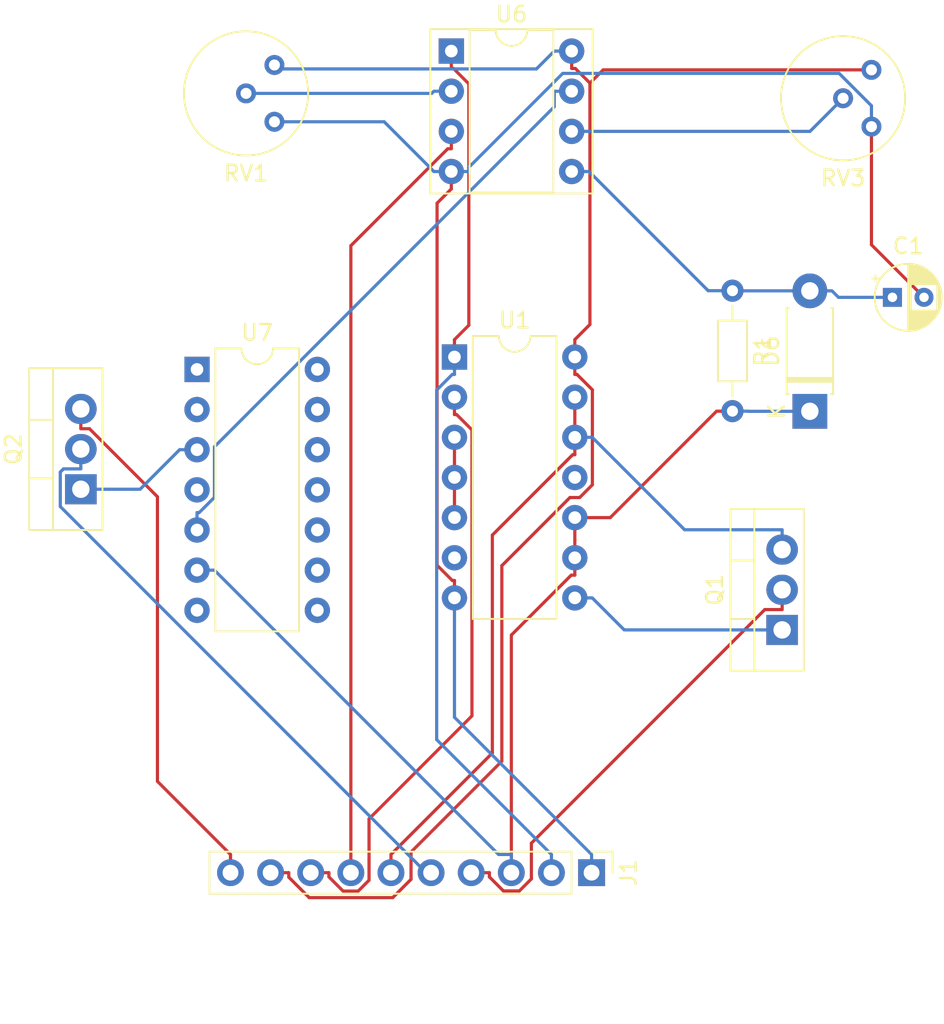
<source format=kicad_pcb>
(kicad_pcb (version 20240108) (generator "pcbnew") (generator_version "8.0")
  (layers (0 "F.Cu" signal) (31 "B.Cu" signal) (34 "B.Paste" user) (35 "F.Paste" user) (36 "B.SilkS" user "B.Silkscreen") (37 "F.SilkS" user "F.Silkscreen") (38 "B.Mask" user) (39 "F.Mask" user) (44 "Edge.Cuts" user))
  (net 0 "")
  (net 1 "TSAL_red_light")
  (net 2 "MC_on")
  (net 3 "Net-(Q1-G)")
  (net 4 "12v")
  (net 5 "Net-(Q2-G)")
  (net 6 "buzzer")
  (net 7 "GND")
  (net 8 "Net-(D6-A)")
  (net 9 "R2D_light")
  (net 10 "5v")
  (net 11 "brake_light")
  (net 12 "Brake_sensor")
  (net 13 "start_button")
  (net 14 "Net-(U6A--)")
  (net 15 "Net-(U6B--)")
  (net 16 "Net-(U1-Pad6)")
  (net 17 "Net-(U1-Pad3)")
  (net 18 "Net-(U1-Pad11)")
  (net 19 "Net-(U6-Pad7)")
  (footprint "Resistor_THT:R_Axial_DIN0204_L3.6mm_D1.6mm_P7.62mm_Horizontal" (layer "F.Cu") (at 58.7 37.78 -90)
    (property "Reference" "R1" (at 3.81 -1.92 90) (layer "F.SilkS"))
    (property "Value" "100k")
    (fp_line (start 1.89 0.92) (end 5.73 0.92) (stroke (width 0.12)) (layer "F.SilkS"))
    (fp_line (start 5.73 0.92) (end 5.73 -0.92) (stroke (width 0.12)) (layer "F.SilkS"))
    (fp_line (start 0.94 0) (end 1.89 0) (stroke (width 0.12)) (layer "F.SilkS"))
    (fp_line (start 6.68 0) (end 5.73 0) (stroke (width 0.12)) (layer "F.SilkS"))
    (fp_line (start 1.89 -0.92) (end 1.89 0.92) (stroke (width 0.12)) (layer "F.SilkS"))
    (fp_line (start 5.73 -0.92) (end 1.89 -0.92) (stroke (width 0.12)) (layer "F.SilkS"))
    (pad "1" thru_hole circle (at 0 0 270) (size 1.4 1.4) (drill 0.7) (layers "*.Cu" "*.Mask") (net 8 "Net-(D6-A)"))
    (pad "2" thru_hole oval (at 7.62 0 270) (size 1.4 1.4) (drill 0.7) (layers "*.Cu" "*.Mask") (net 9 "R2D_light"))
  )
  (footprint "Connector_PinHeader_2.54mm:PinHeader_1x10_P2.54mm_Vertical" (layer "F.Cu") (at 49.78 74.6 -90)
    (property "Reference" "J1" (at 0 -2.33 90) (layer "F.SilkS"))
    (property "Value" "Conn_01x10_MountingPin")
    (fp_line (start -1.33 24.19) (end 1.33 24.19) (stroke (width 0.12)) (layer "F.SilkS"))
    (fp_line (start -1.33 1.27) (end -1.33 24.19) (stroke (width 0.12)) (layer "F.SilkS"))
    (fp_line (start -1.33 1.27) (end 1.33 1.27) (stroke (width 0.12)) (layer "F.SilkS"))
    (fp_line (start 1.33 1.27) (end 1.33 24.19) (stroke (width 0.12)) (layer "F.SilkS"))
    (fp_line (start -1.33 0) (end -1.33 -1.33) (stroke (width 0.12)) (layer "F.SilkS"))
    (fp_line (start -1.33 -1.33) (end 0 -1.33) (stroke (width 0.12)) (layer "F.SilkS"))
    (pad "1" thru_hole rect (at 0 0 270) (size 1.7 1.7) (drill 1) (layers "*.Cu" "*.Mask") (net 7 "GND"))
    (pad "2" thru_hole oval (at 0 2.54 270) (size 1.7 1.7) (drill 1) (layers "*.Cu" "*.Mask") (net 11 "brake_light"))
    (pad "3" thru_hole oval (at 0 5.08 270) (size 1.7 1.7) (drill 1) (layers "*.Cu" "*.Mask") (net 9 "R2D_light"))
    (pad "4" thru_hole oval (at 0 7.62 270) (size 1.7 1.7) (drill 1) (layers "*.Cu" "*.Mask") (net 2 "MC_on"))
    (pad "5" thru_hole oval (at 0 10.16 270) (size 1.7 1.7) (drill 1) (layers "*.Cu" "*.Mask") (net 6 "buzzer"))
    (pad "6" thru_hole oval (at 0 12.7 270) (size 1.7 1.7) (drill 1) (layers "*.Cu" "*.Mask") (net 1 "TSAL_red_light"))
    (pad "7" thru_hole oval (at 0 15.24 270) (size 1.7 1.7) (drill 1) (layers "*.Cu" "*.Mask") (net 12 "Brake_sensor"))
    (pad "8" thru_hole oval (at 0 17.78 270) (size 1.7 1.7) (drill 1) (layers "*.Cu" "*.Mask") (net 13 "start_button"))
    (pad "9" thru_hole oval (at 0 20.32 270) (size 1.7 1.7) (drill 1) (layers "*.Cu" "*.Mask") (net 10 "5v"))
    (pad "10" thru_hole oval (at 0 22.86 270) (size 1.7 1.7) (drill 1) (layers "*.Cu" "*.Mask") (net 4 "12v"))
  )
  (footprint "Package_DIP:DIP-8_W7.62mm_Socket" (layer "F.Cu") (at 40.9 22.62)
    (property "Reference" "U6" (at 3.81 -2.33 0) (layer "F.SilkS"))
    (property "Value" "LM358")
    (fp_line (start -1.33 -1.39) (end -1.33 9.01) (stroke (width 0.12)) (layer "F.SilkS"))
    (fp_line (start -1.33 9.01) (end 8.95 9.01) (stroke (width 0.12)) (layer "F.SilkS"))
    (fp_line (start 1.16 -1.33) (end 1.16 8.95) (stroke (width 0.12)) (layer "F.SilkS"))
    (fp_line (start 1.16 8.95) (end 6.46 8.95) (stroke (width 0.12)) (layer "F.SilkS"))
    (fp_line (start 2.81 -1.33) (end 1.16 -1.33) (stroke (width 0.12)) (layer "F.SilkS"))
    (fp_line (start 6.46 -1.33) (end 4.81 -1.33) (stroke (width 0.12)) (layer "F.SilkS"))
    (fp_line (start 6.46 8.95) (end 6.46 -1.33) (stroke (width 0.12)) (layer "F.SilkS"))
    (fp_line (start 8.95 -1.39) (end -1.33 -1.39) (stroke (width 0.12)) (layer "F.SilkS"))
    (fp_line (start 8.95 9.01) (end 8.95 -1.39) (stroke (width 0.12)) (layer "F.SilkS"))
    (fp_arc (start 4.81 -1.33) (mid 3.81 -0.33) (end 2.81 -1.33) (stroke (width 0.12)) (layer "F.SilkS"))
    (pad "1" thru_hole rect (at 0 0) (size 1.6 1.6) (drill 0.8) (layers "*.Cu" "*.Mask") (net 11 "brake_light"))
    (pad "2" thru_hole oval (at 0 2.54) (size 1.6 1.6) (drill 0.8) (layers "*.Cu" "*.Mask") (net 14 "Net-(U6A--)"))
    (pad "3" thru_hole oval (at 0 5.08) (size 1.6 1.6) (drill 0.8) (layers "*.Cu" "*.Mask") (net 12 "Brake_sensor"))
    (pad "4" thru_hole oval (at 0 7.62) (size 1.6 1.6) (drill 0.8) (layers "*.Cu" "*.Mask") (net 7 "GND"))
    (pad "5" thru_hole oval (at 7.62 7.62) (size 1.6 1.6) (drill 0.8) (layers "*.Cu" "*.Mask") (net 8 "Net-(D6-A)"))
    (pad "6" thru_hole oval (at 7.62 5.08) (size 1.6 1.6) (drill 0.8) (layers "*.Cu" "*.Mask") (net 15 "Net-(U6B--)"))
    (pad "7" thru_hole oval (at 7.62 2.54) (size 1.6 1.6) (drill 0.8) (layers "*.Cu" "*.Mask") (net 19 "Net-(U6-Pad7)"))
    (pad "8" thru_hole oval (at 7.62 0) (size 1.6 1.6) (drill 0.8) (layers "*.Cu" "*.Mask") (net 10 "5v"))
  )
  (footprint "Potentiometer_THT:Potentiometer_Bourns_3339H_Vertical" (layer "F.Cu") (at 67.5 23.8079 180)
    (property "Reference" "RV3" (at 1.796051 -6.856051 180) (layer "F.SilkS"))
    (property "Value" "10k")
    (fp_circle (center 1.797 -1.795102) (end 5.727 -1.795102) (stroke (width 0.12)) (fill none) (layer "F.SilkS"))
    (pad "1" thru_hole circle (at 0 0 180) (size 1.26 1.26) (drill 0.7) (layers "*.Cu" "*.Mask") (net 10 "5v"))
    (pad "2" thru_hole circle (at 1.796051 -1.796051 180) (size 1.26 1.26) (drill 0.7) (layers "*.Cu" "*.Mask") (net 15 "Net-(U6B--)"))
    (pad "3" thru_hole circle (at 0 -3.592102 180) (size 1.26 1.26) (drill 0.7) (layers "*.Cu" "*.Mask") (net 7 "GND"))
  )
  (footprint "Package_TO_SOT_THT:TO-220-3_Vertical" (layer "F.Cu") (at 61.845 59.24 90)
    (property "Reference" "Q1" (at 2.54 -4.27 -90) (layer "F.SilkS"))
    (property "Value" "IRF9540N")
    (fp_line (start 7.66 -3.27) (end 7.66 1.371) (stroke (width 0.12)) (layer "F.SilkS"))
    (fp_line (start 4.391 -3.27) (end 4.391 -1.76) (stroke (width 0.12)) (layer "F.SilkS"))
    (fp_line (start 0.69 -3.27) (end 0.69 -1.76) (stroke (width 0.12)) (layer "F.SilkS"))
    (fp_line (start -2.58 -3.27) (end 7.66 -3.27) (stroke (width 0.12)) (layer "F.SilkS"))
    (fp_line (start -2.58 -3.27) (end -2.58 1.371) (stroke (width 0.12)) (layer "F.SilkS"))
    (fp_line (start -2.58 -1.76) (end 7.66 -1.76) (stroke (width 0.12)) (layer "F.SilkS"))
    (fp_line (start -2.58 1.371) (end 7.66 1.371) (stroke (width 0.12)) (layer "F.SilkS"))
    (pad "1" thru_hole rect (at 0 0 90) (size 1.905 2) (drill 1.1) (layers "*.Cu" "*.Mask") (net 3 "Net-(Q1-G)"))
    (pad "2" thru_hole oval (at 2.54 0 90) (size 1.905 2) (drill 1.1) (layers "*.Cu" "*.Mask") (net 2 "MC_on"))
    (pad "3" thru_hole oval (at 5.08 0 90) (size 1.905 2) (drill 1.1) (layers "*.Cu" "*.Mask") (net 1 "TSAL_red_light"))
  )
  (footprint "Package_DIP:DIP-14_W7.62mm" (layer "F.Cu") (at 24.8 42.76)
    (property "Reference" "U7" (at 3.81 -2.33 0) (layer "F.SilkS"))
    (property "Value" "74AUC2G02")
    (fp_line (start 1.16 -1.33) (end 1.16 16.57) (stroke (width 0.12)) (layer "F.SilkS"))
    (fp_line (start 1.16 16.57) (end 6.46 16.57) (stroke (width 0.12)) (layer "F.SilkS"))
    (fp_line (start 2.81 -1.33) (end 1.16 -1.33) (stroke (width 0.12)) (layer "F.SilkS"))
    (fp_line (start 6.46 -1.33) (end 4.81 -1.33) (stroke (width 0.12)) (layer "F.SilkS"))
    (fp_line (start 6.46 16.57) (end 6.46 -1.33) (stroke (width 0.12)) (layer "F.SilkS"))
    (fp_arc (start 4.81 -1.33) (mid 3.81 -0.33) (end 2.81 -1.33) (stroke (width 0.12)) (layer "F.SilkS"))
    (pad "1" thru_hole rect (at 0 0) (size 1.6 1.6) (drill 0.8) (layers "*.Cu" "*.Mask"))
    (pad "2" thru_hole oval (at 0 2.54) (size 1.6 1.6) (drill 0.8) (layers "*.Cu" "*.Mask"))
    (pad "3" thru_hole oval (at 0 5.08) (size 1.6 1.6) (drill 0.8) (layers "*.Cu" "*.Mask") (net 5 "Net-(Q2-G)"))
    (pad "4" thru_hole oval (at 0 7.62) (size 1.6 1.6) (drill 0.8) (layers "*.Cu" "*.Mask"))
    (pad "5" thru_hole oval (at 0 10.16) (size 1.6 1.6) (drill 0.8) (layers "*.Cu" "*.Mask") (net 19 "Net-(U6-Pad7)"))
    (pad "6" thru_hole oval (at 0 12.7) (size 1.6 1.6) (drill 0.8) (layers "*.Cu" "*.Mask") (net 9 "R2D_light"))
    (pad "7" thru_hole oval (at 0 15.24) (size 1.6 1.6) (drill 0.8) (layers "*.Cu" "*.Mask"))
    (pad "8" thru_hole oval (at 7.62 15.24) (size 1.6 1.6) (drill 0.8) (layers "*.Cu" "*.Mask"))
    (pad "9" thru_hole oval (at 7.62 12.7) (size 1.6 1.6) (drill 0.8) (layers "*.Cu" "*.Mask"))
    (pad "10" thru_hole oval (at 7.62 10.16) (size 1.6 1.6) (drill 0.8) (layers "*.Cu" "*.Mask"))
    (pad "11" thru_hole oval (at 7.62 7.62) (size 1.6 1.6) (drill 0.8) (layers "*.Cu" "*.Mask"))
    (pad "12" thru_hole oval (at 7.62 5.08) (size 1.6 1.6) (drill 0.8) (layers "*.Cu" "*.Mask"))
    (pad "13" thru_hole oval (at 7.62 2.54) (size 1.6 1.6) (drill 0.8) (layers "*.Cu" "*.Mask"))
    (pad "14" thru_hole oval (at 7.62 0) (size 1.6 1.6) (drill 0.8) (layers "*.Cu" "*.Mask"))
  )
  (footprint "Capacitor_THT:CP_Radial_D4.0mm_P2.00mm" (layer "F.Cu") (at 68.8274 38.2)
    (property "Reference" "C1" (at 1 -3.25 0) (layer "F.SilkS"))
    (property "Value" "47u")
    (fp_line (start -1.269801 -1.195) (end -0.869801 -1.195) (stroke (width 0.12)) (layer "F.SilkS"))
    (fp_line (start -1.069801 -1.395) (end -1.069801 -0.995) (stroke (width 0.12)) (layer "F.SilkS"))
    (fp_line (start 1 -2.08) (end 1 2.08) (stroke (width 0.12)) (layer "F.SilkS"))
    (fp_line (start 1.04 -2.08) (end 1.04 2.08) (stroke (width 0.12)) (layer "F.SilkS"))
    (fp_line (start 1.08 -2.079) (end 1.08 2.079) (stroke (width 0.12)) (layer "F.SilkS"))
    (fp_line (start 1.12 -2.077) (end 1.12 2.077) (stroke (width 0.12)) (layer "F.SilkS"))
    (fp_line (start 1.16 -2.074) (end 1.16 2.074) (stroke (width 0.12)) (layer "F.SilkS"))
    (fp_line (start 1.2 -2.071) (end 1.2 -0.84) (stroke (width 0.12)) (layer "F.SilkS"))
    (fp_line (start 1.2 0.84) (end 1.2 2.071) (stroke (width 0.12)) (layer "F.SilkS"))
    (fp_line (start 1.24 -2.067) (end 1.24 -0.84) (stroke (width 0.12)) (layer "F.SilkS"))
    (fp_line (start 1.24 0.84) (end 1.24 2.067) (stroke (width 0.12)) (layer "F.SilkS"))
    (fp_line (start 1.28 -2.062) (end 1.28 -0.84) (stroke (width 0.12)) (layer "F.SilkS"))
    (fp_line (start 1.28 0.84) (end 1.28 2.062) (stroke (width 0.12)) (layer "F.SilkS"))
    (fp_line (start 1.32 -2.056) (end 1.32 -0.84) (stroke (width 0.12)) (layer "F.SilkS"))
    (fp_line (start 1.32 0.84) (end 1.32 2.056) (stroke (width 0.12)) (layer "F.SilkS"))
    (fp_line (start 1.36 -2.05) (end 1.36 -0.84) (stroke (width 0.12)) (layer "F.SilkS"))
    (fp_line (start 1.36 0.84) (end 1.36 2.05) (stroke (width 0.12)) (layer "F.SilkS"))
    (fp_line (start 1.4 -2.042) (end 1.4 -0.84) (stroke (width 0.12)) (layer "F.SilkS"))
    (fp_line (start 1.4 0.84) (end 1.4 2.042) (stroke (width 0.12)) (layer "F.SilkS"))
    (fp_line (start 1.44 -2.034) (end 1.44 -0.84) (stroke (width 0.12)) (layer "F.SilkS"))
    (fp_line (start 1.44 0.84) (end 1.44 2.034) (stroke (width 0.12)) (layer "F.SilkS"))
    (fp_line (start 1.48 -2.025) (end 1.48 -0.84) (stroke (width 0.12)) (layer "F.SilkS"))
    (fp_line (start 1.48 0.84) (end 1.48 2.025) (stroke (width 0.12)) (layer "F.SilkS"))
    (fp_line (start 1.52 -2.016) (end 1.52 -0.84) (stroke (width 0.12)) (layer "F.SilkS"))
    (fp_line (start 1.52 0.84) (end 1.52 2.016) (stroke (width 0.12)) (layer "F.SilkS"))
    (fp_line (start 1.56 -2.005) (end 1.56 -0.84) (stroke (width 0.12)) (layer "F.SilkS"))
    (fp_line (start 1.56 0.84) (end 1.56 2.005) (stroke (width 0.12)) (layer "F.SilkS"))
    (fp_line (start 1.6 -1.994) (end 1.6 -0.84) (stroke (width 0.12)) (layer "F.SilkS"))
    (fp_line (start 1.6 0.84) (end 1.6 1.994) (stroke (width 0.12)) (layer "F.SilkS"))
    (fp_line (start 1.64 -1.982) (end 1.64 -0.84) (stroke (width 0.12)) (layer "F.SilkS"))
    (fp_line (start 1.64 0.84) (end 1.64 1.982) (stroke (width 0.12)) (layer "F.SilkS"))
    (fp_line (start 1.68 -1.968) (end 1.68 -0.84) (stroke (width 0.12)) (layer "F.SilkS"))
    (fp_line (start 1.68 0.84) (end 1.68 1.968) (stroke (width 0.12)) (layer "F.SilkS"))
    (fp_line (start 1.721 -1.954) (end 1.721 -0.84) (stroke (width 0.12)) (layer "F.SilkS"))
    (fp_line (start 1.721 0.84) (end 1.721 1.954) (stroke (width 0.12)) (layer "F.SilkS"))
    (fp_line (start 1.761 -1.94) (end 1.761 -0.84) (stroke (width 0.12)) (layer "F.SilkS"))
    (fp_line (start 1.761 0.84) (end 1.761 1.94) (stroke (width 0.12)) (layer "F.SilkS"))
    (fp_line (start 1.801 -1.924) (end 1.801 -0.84) (stroke (width 0.12)) (layer "F.SilkS"))
    (fp_line (start 1.801 0.84) (end 1.801 1.924) (stroke (width 0.12)) (layer "F.SilkS"))
    (fp_line (start 1.841 -1.907) (end 1.841 -0.84) (stroke (width 0.12)) (layer "F.SilkS"))
    (fp_line (start 1.841 0.84) (end 1.841 1.907) (stroke (width 0.12)) (layer "F.SilkS"))
    (fp_line (start 1.881 -1.889) (end 1.881 -0.84) (stroke (width 0.12)) (layer "F.SilkS"))
    (fp_line (start 1.881 0.84) (end 1.881 1.889) (stroke (width 0.12)) (layer "F.SilkS"))
    (fp_line (start 1.921 -1.87) (end 1.921 -0.84) (stroke (width 0.12)) (layer "F.SilkS"))
    (fp_line (start 1.921 0.84) (end 1.921 1.87) (stroke (width 0.12)) (layer "F.SilkS"))
    (fp_line (start 1.961 -1.851) (end 1.961 -0.84) (stroke (width 0.12)) (layer "F.SilkS"))
    (fp_line (start 1.961 0.84) (end 1.961 1.851) (stroke (width 0.12)) (layer "F.SilkS"))
    (fp_line (start 2.001 -1.83) (end 2.001 -0.84) (stroke (width 0.12)) (layer "F.SilkS"))
    (fp_line (start 2.001 0.84) (end 2.001 1.83) (stroke (width 0.12)) (layer "F.SilkS"))
    (fp_line (start 2.041 -1.808) (end 2.041 -0.84) (stroke (width 0.12)) (layer "F.SilkS"))
    (fp_line (start 2.041 0.84) (end 2.041 1.808) (stroke (width 0.12)) (layer "F.SilkS"))
    (fp_line (start 2.081 -1.785) (end 2.081 -0.84) (stroke (width 0.12)) (layer "F.SilkS"))
    (fp_line (start 2.081 0.84) (end 2.081 1.785) (stroke (width 0.12)) (layer "F.SilkS"))
    (fp_line (start 2.121 -1.76) (end 2.121 -0.84) (stroke (width 0.12)) (layer "F.SilkS"))
    (fp_line (start 2.121 0.84) (end 2.121 1.76) (stroke (width 0.12)) (layer "F.SilkS"))
    (fp_line (start 2.161 -1.735) (end 2.161 -0.84) (stroke (width 0.12)) (layer "F.SilkS"))
    (fp_line (start 2.161 0.84) (end 2.161 1.735) (stroke (width 0.12)) (layer "F.SilkS"))
    (fp_line (start 2.201 -1.708) (end 2.201 -0.84) (stroke (width 0.12)) (layer "F.SilkS"))
    (fp_line (start 2.201 0.84) (end 2.201 1.708) (stroke (width 0.12)) (layer "F.SilkS"))
    (fp_line (start 2.241 -1.68) (end 2.241 -0.84) (stroke (width 0.12)) (layer "F.SilkS"))
    (fp_line (start 2.241 0.84) (end 2.241 1.68) (stroke (width 0.12)) (layer "F.SilkS"))
    (fp_line (start 2.281 -1.65) (end 2.281 -0.84) (stroke (width 0.12)) (layer "F.SilkS"))
    (fp_line (start 2.281 0.84) (end 2.281 1.65) (stroke (width 0.12)) (layer "F.SilkS"))
    (fp_line (start 2.321 -1.619) (end 2.321 -0.84) (stroke (width 0.12)) (layer "F.SilkS"))
    (fp_line (start 2.321 0.84) (end 2.321 1.619) (stroke (width 0.12)) (layer "F.SilkS"))
    (fp_line (start 2.361 -1.587) (end 2.361 -0.84) (stroke (width 0.12)) (layer "F.SilkS"))
    (fp_line (start 2.361 0.84) (end 2.361 1.587) (stroke (width 0.12)) (layer "F.SilkS"))
    (fp_line (start 2.401 -1.552) (end 2.401 -0.84) (stroke (width 0.12)) (layer "F.SilkS"))
    (fp_line (start 2.401 0.84) (end 2.401 1.552) (stroke (width 0.12)) (layer "F.SilkS"))
    (fp_line (start 2.441 -1.516) (end 2.441 -0.84) (stroke (width 0.12)) (layer "F.SilkS"))
    (fp_line (start 2.441 0.84) (end 2.441 1.516) (stroke (width 0.12)) (layer "F.SilkS"))
    (fp_line (start 2.481 -1.478) (end 2.481 -0.84) (stroke (width 0.12)) (layer "F.SilkS"))
    (fp_line (start 2.481 0.84) (end 2.481 1.478) (stroke (width 0.12)) (layer "F.SilkS"))
    (fp_line (start 2.521 -1.438) (end 2.521 -0.84) (stroke (width 0.12)) (layer "F.SilkS"))
    (fp_line (start 2.521 0.84) (end 2.521 1.438) (stroke (width 0.12)) (layer "F.SilkS"))
    (fp_line (start 2.561 -1.396) (end 2.561 -0.84) (stroke (width 0.12)) (layer "F.SilkS"))
    (fp_line (start 2.561 0.84) (end 2.561 1.396) (stroke (width 0.12)) (layer "F.SilkS"))
    (fp_line (start 2.601 -1.351) (end 2.601 -0.84) (stroke (width 0.12)) (layer "F.SilkS"))
    (fp_line (start 2.601 0.84) (end 2.601 1.351) (stroke (width 0.12)) (layer "F.SilkS"))
    (fp_line (start 2.641 -1.304) (end 2.641 -0.84) (stroke (width 0.12)) (layer "F.SilkS"))
    (fp_line (start 2.641 0.84) (end 2.641 1.304) (stroke (width 0.12)) (layer "F.SilkS"))
    (fp_line (start 2.681 -1.254) (end 2.681 -0.84) (stroke (width 0.12)) (layer "F.SilkS"))
    (fp_line (start 2.681 0.84) (end 2.681 1.254) (stroke (width 0.12)) (layer "F.SilkS"))
    (fp_line (start 2.721 -1.2) (end 2.721 -0.84) (stroke (width 0.12)) (layer "F.SilkS"))
    (fp_line (start 2.721 0.84) (end 2.721 1.2) (stroke (width 0.12)) (layer "F.SilkS"))
    (fp_line (start 2.761 -1.142) (end 2.761 -0.84) (stroke (width 0.12)) (layer "F.SilkS"))
    (fp_line (start 2.761 0.84) (end 2.761 1.142) (stroke (width 0.12)) (layer "F.SilkS"))
    (fp_line (start 2.801 -1.08) (end 2.801 -0.84) (stroke (width 0.12)) (layer "F.SilkS"))
    (fp_line (start 2.801 0.84) (end 2.801 1.08) (stroke (width 0.12)) (layer "F.SilkS"))
    (fp_line (start 2.841 -1.013) (end 2.841 1.013) (stroke (width 0.12)) (layer "F.SilkS"))
    (fp_line (start 2.881 -0.94) (end 2.881 0.94) (stroke (width 0.12)) (layer "F.SilkS"))
    (fp_line (start 2.921 -0.859) (end 2.921 0.859) (stroke (width 0.12)) (layer "F.SilkS"))
    (fp_line (start 2.961 -0.768) (end 2.961 0.768) (stroke (width 0.12)) (layer "F.SilkS"))
    (fp_line (start 3.001 -0.664) (end 3.001 0.664) (stroke (width 0.12)) (layer "F.SilkS"))
    (fp_line (start 3.041 -0.537) (end 3.041 0.537) (stroke (width 0.12)) (layer "F.SilkS"))
    (fp_line (start 3.081 -0.37) (end 3.081 0.37) (stroke (width 0.12)) (layer "F.SilkS"))
    (fp_circle (center 1 0) (end 3.12 0) (stroke (width 0.12)) (fill none) (layer "F.SilkS"))
    (pad "1" thru_hole rect (at 0 0) (size 1.2 1.2) (drill 0.6) (layers "*.Cu" "*.Mask") (net 8 "Net-(D6-A)"))
    (pad "2" thru_hole circle (at 2 0) (size 1.2 1.2) (drill 0.6) (layers "*.Cu" "*.Mask") (net 7 "GND"))
  )
  (footprint "Package_DIP:DIP-14_W7.62mm" (layer "F.Cu") (at 41.1 41.975)
    (property "Reference" "U1" (at 3.81 -2.33 0) (layer "F.SilkS"))
    (property "Value" "74HC00")
    (fp_line (start 1.16 -1.33) (end 1.16 16.57) (stroke (width 0.12)) (layer "F.SilkS"))
    (fp_line (start 1.16 16.57) (end 6.46 16.57) (stroke (width 0.12)) (layer "F.SilkS"))
    (fp_line (start 2.81 -1.33) (end 1.16 -1.33) (stroke (width 0.12)) (layer "F.SilkS"))
    (fp_line (start 6.46 -1.33) (end 4.81 -1.33) (stroke (width 0.12)) (layer "F.SilkS"))
    (fp_line (start 6.46 16.57) (end 6.46 -1.33) (stroke (width 0.12)) (layer "F.SilkS"))
    (fp_arc (start 4.81 -1.33) (mid 3.81 -0.33) (end 2.81 -1.33) (stroke (width 0.12)) (layer "F.SilkS"))
    (pad "1" thru_hole rect (at 0 0) (size 1.6 1.6) (drill 0.8) (layers "*.Cu" "*.Mask") (net 11 "brake_light"))
    (pad "2" thru_hole oval (at 0 2.54) (size 1.6 1.6) (drill 0.8) (layers "*.Cu" "*.Mask") (net 13 "start_button"))
    (pad "3" thru_hole oval (at 0 5.08) (size 1.6 1.6) (drill 0.8) (layers "*.Cu" "*.Mask") (net 17 "Net-(U1-Pad3)"))
    (pad "4" thru_hole oval (at 0 7.62) (size 1.6 1.6) (drill 0.8) (layers "*.Cu" "*.Mask") (net 17 "Net-(U1-Pad3)"))
    (pad "5" thru_hole oval (at 0 10.16) (size 1.6 1.6) (drill 0.8) (layers "*.Cu" "*.Mask") (net 17 "Net-(U1-Pad3)"))
    (pad "6" thru_hole oval (at 0 12.7) (size 1.6 1.6) (drill 0.8) (layers "*.Cu" "*.Mask") (net 16 "Net-(U1-Pad6)"))
    (pad "7" thru_hole oval (at 0 15.24) (size 1.6 1.6) (drill 0.8) (layers "*.Cu" "*.Mask") (net 7 "GND"))
    (pad "8" thru_hole oval (at 7.62 15.24) (size 1.6 1.6) (drill 0.8) (layers "*.Cu" "*.Mask") (net 3 "Net-(Q1-G)"))
    (pad "9" thru_hole oval (at 7.62 12.7) (size 1.6 1.6) (drill 0.8) (layers "*.Cu" "*.Mask") (net 9 "R2D_light"))
    (pad "10" thru_hole oval (at 7.62 10.16) (size 1.6 1.6) (drill 0.8) (layers "*.Cu" "*.Mask") (net 9 "R2D_light"))
    (pad "11" thru_hole oval (at 7.62 7.62) (size 1.6 1.6) (drill 0.8) (layers "*.Cu" "*.Mask") (net 18 "Net-(U1-Pad11)"))
    (pad "12" thru_hole oval (at 7.62 5.08) (size 1.6 1.6) (drill 0.8) (layers "*.Cu" "*.Mask") (net 1 "TSAL_red_light"))
    (pad "13" thru_hole oval (at 7.62 2.54) (size 1.6 1.6) (drill 0.8) (layers "*.Cu" "*.Mask") (net 1 "TSAL_red_light"))
    (pad "14" thru_hole oval (at 7.62 0) (size 1.6 1.6) (drill 0.8) (layers "*.Cu" "*.Mask") (net 10 "5v"))
  )
  (footprint "Potentiometer_THT:Potentiometer_Bourns_3339H_Vertical" (layer "F.Cu") (at 29.7 23.5 180)
    (property "Reference" "RV1" (at 1.796051 -6.856051 180) (layer "F.SilkS"))
    (property "Value" "10k")
    (fp_circle (center 1.797 -1.795102) (end 5.727 -1.795102) (stroke (width 0.12)) (fill none) (layer "F.SilkS"))
    (pad "1" thru_hole circle (at 0 0 180) (size 1.26 1.26) (drill 0.7) (layers "*.Cu" "*.Mask") (net 10 "5v"))
    (pad "2" thru_hole circle (at 1.796051 -1.796051 180) (size 1.26 1.26) (drill 0.7) (layers "*.Cu" "*.Mask") (net 14 "Net-(U6A--)"))
    (pad "3" thru_hole circle (at 0 -3.592102 180) (size 1.26 1.26) (drill 0.7) (layers "*.Cu" "*.Mask") (net 7 "GND"))
  )
  (footprint "Package_TO_SOT_THT:TO-220-3_Vertical" (layer "F.Cu") (at 17.445 50.34 90)
    (property "Reference" "Q2" (at 2.54 -4.27 -90) (layer "F.SilkS"))
    (property "Value" "IRF9540N")
    (fp_line (start 7.66 -3.27) (end 7.66 1.371) (stroke (width 0.12)) (layer "F.SilkS"))
    (fp_line (start 4.391 -3.27) (end 4.391 -1.76) (stroke (width 0.12)) (layer "F.SilkS"))
    (fp_line (start 0.69 -3.27) (end 0.69 -1.76) (stroke (width 0.12)) (layer "F.SilkS"))
    (fp_line (start -2.58 -3.27) (end 7.66 -3.27) (stroke (width 0.12)) (layer "F.SilkS"))
    (fp_line (start -2.58 -3.27) (end -2.58 1.371) (stroke (width 0.12)) (layer "F.SilkS"))
    (fp_line (start -2.58 -1.76) (end 7.66 -1.76) (stroke (width 0.12)) (layer "F.SilkS"))
    (fp_line (start -2.58 1.371) (end 7.66 1.371) (stroke (width 0.12)) (layer "F.SilkS"))
    (pad "1" thru_hole rect (at 0 0 90) (size 1.905 2) (drill 1.1) (layers "*.Cu" "*.Mask") (net 5 "Net-(Q2-G)"))
    (pad "2" thru_hole oval (at 2.54 0 90) (size 1.905 2) (drill 1.1) (layers "*.Cu" "*.Mask") (net 6 "buzzer"))
    (pad "3" thru_hole oval (at 5.08 0 90) (size 1.905 2) (drill 1.1) (layers "*.Cu" "*.Mask") (net 4 "12v"))
  )
  (footprint "Diode_THT:D_DO-41_SOD81_P7.62mm_Horizontal" (layer "F.Cu") (at 63.6 45.41 90)
    (property "Reference" "D6" (at 3.81 -2.47 -90) (layer "F.SilkS"))
    (property "Value" "4148")
    (fp_line (start 6.53 -1.47) (end 6.53 -1.34) (stroke (width 0.12)) (layer "F.SilkS"))
    (fp_line (start 2.11 -1.47) (end 2.11 1.47) (stroke (width 0.12)) (layer "F.SilkS"))
    (fp_line (start 1.99 -1.47) (end 1.99 1.47) (stroke (width 0.12)) (layer "F.SilkS"))
    (fp_line (start 1.87 -1.47) (end 1.87 1.47) (stroke (width 0.12)) (layer "F.SilkS"))
    (fp_line (start 1.09 -1.47) (end 6.53 -1.47) (stroke (width 0.12)) (layer "F.SilkS"))
    (fp_line (start 1.09 -1.34) (end 1.09 -1.47) (stroke (width 0.12)) (layer "F.SilkS"))
    (fp_line (start 1.09 1.34) (end 1.09 1.47) (stroke (width 0.12)) (layer "F.SilkS"))
    (fp_line (start 6.53 1.47) (end 6.53 1.34) (stroke (width 0.12)) (layer "F.SilkS"))
    (fp_line (start 1.09 1.47) (end 6.53 1.47) (stroke (width 0.12)) (layer "F.SilkS"))
    (fp_text user "K" (at 0 -2.1 -90) (layer "F.SilkS"))
    (pad "1" thru_hole rect (at 0 0 90) (size 2.2 2.2) (drill 1.1) (layers "*.Cu" "*.Mask") (net 9 "R2D_light"))
    (pad "2" thru_hole oval (at 7.62 0 90) (size 2.2 2.2) (drill 1.1) (layers "*.Cu" "*.Mask") (net 8 "Net-(D6-A)"))
  )
  (segment (start 37.08 74.6) (end 37.08 73.4483) (width 0.2) (layer "F.Cu") (net 1))
  (segment (start 43.4979 67.0304) (end 37.08 73.4483) (width 0.2) (layer "F.Cu") (net 1))
  (segment (start 43.4979 53.2411) (end 43.4979 67.0304) (width 0.2) (layer "F.Cu") (net 1))
  (segment (start 48.5823 48.1567) (end 43.4979 53.2411) (width 0.2) (layer "F.Cu") (net 1))
  (segment (start 48.72 44.515) (end 48.72 47.055) (width 0.2) (layer "F.Cu") (net 1))
  (segment (start 48.72 48.1567) (end 48.5823 48.1567) (width 0.2) (layer "F.Cu") (net 1))
  (segment (start 48.72 47.055) (end 48.72 48.1567) (width 0.2) (layer "F.Cu") (net 1))
  (segment (start 55.6725 52.9058) (end 49.8217 47.055) (width 0.2) (layer "B.Cu") (net 1))
  (segment (start 61.845 52.9058) (end 55.6725 52.9058) (width 0.2) (layer "B.Cu") (net 1))
  (segment (start 48.72 47.055) (end 49.8217 47.055) (width 0.2) (layer "B.Cu") (net 1))
  (segment (start 61.845 54.16) (end 61.845 52.9058) (width 0.2) (layer "B.Cu") (net 1))
  (segment (start 44.198 75.7548) (end 43.3117 74.8685) (width 0.2) (layer "F.Cu") (net 2))
  (segment (start 42.16 74.6) (end 43.3117 74.6) (width 0.2) (layer "F.Cu") (net 2))
  (segment (start 45.97 74.9926) (end 45.2078 75.7548) (width 0.2) (layer "F.Cu") (net 2))
  (segment (start 61.845 57.9542) (end 60.7476 57.9542) (width 0.2) (layer "F.Cu") (net 2))
  (segment (start 45.97 72.7318) (end 45.97 74.9926) (width 0.2) (layer "F.Cu") (net 2))
  (segment (start 60.7476 57.9542) (end 45.97 72.7318) (width 0.2) (layer "F.Cu") (net 2))
  (segment (start 43.3117 74.8685) (end 43.3117 74.6) (width 0.2) (layer "F.Cu") (net 2))
  (segment (start 45.2078 75.7548) (end 44.198 75.7548) (width 0.2) (layer "F.Cu") (net 2))
  (segment (start 61.845 56.7) (end 61.845 57.9542) (width 0.2) (layer "F.Cu") (net 2))
  (segment (start 48.72 57.215) (end 49.8217 57.215) (width 0.2) (layer "B.Cu") (net 3))
  (segment (start 61.845 59.24) (end 51.8467 59.24) (width 0.2) (layer "B.Cu") (net 3))
  (segment (start 51.8467 59.24) (end 49.8217 57.215) (width 0.2) (layer "B.Cu") (net 3))
  (segment (start 17.445 46.5142) (end 17.9937 46.5142) (width 0.2) (layer "F.Cu") (net 4))
  (segment (start 22.2953 68.8236) (end 26.92 73.4483) (width 0.2) (layer "F.Cu") (net 4))
  (segment (start 22.2953 50.8158) (end 22.2953 68.8236) (width 0.2) (layer "F.Cu") (net 4))
  (segment (start 26.92 74.6) (end 26.92 73.4483) (width 0.2) (layer "F.Cu") (net 4))
  (segment (start 17.9937 46.5142) (end 22.2953 50.8158) (width 0.2) (layer "F.Cu") (net 4))
  (segment (start 17.445 45.26) (end 17.445 46.5142) (width 0.2) (layer "F.Cu") (net 4))
  (segment (start 17.445 50.34) (end 21.1983 50.34) (width 0.2) (layer "B.Cu") (net 5))
  (segment (start 24.8 47.84) (end 23.6983 47.84) (width 0.2) (layer "B.Cu") (net 5))
  (segment (start 21.1983 50.34) (end 23.6983 47.84) (width 0.2) (layer "B.Cu") (net 5))
  (segment (start 17.445 49.0542) (end 16.3476 49.0542) (width 0.2) (layer "B.Cu") (net 6))
  (segment (start 17.445 47.8) (end 17.445 49.0542) (width 0.2) (layer "B.Cu") (net 6))
  (segment (start 16.1433 49.2585) (end 16.1433 51.4335) (width 0.2) (layer "B.Cu") (net 6))
  (segment (start 39.3098 74.6) (end 39.62 74.6) (width 0.2) (layer "B.Cu") (net 6))
  (segment (start 16.3476 49.0542) (end 16.1433 49.2585) (width 0.2) (layer "B.Cu") (net 6))
  (segment (start 16.1433 51.4335) (end 39.3098 74.6) (width 0.2) (layer "B.Cu") (net 6))
  (segment (start 41.1 56.1133) (end 40.9622 56.1133) (width 0.2) (layer "F.Cu") (net 7))
  (segment (start 41.1 57.215) (end 41.1 56.1133) (width 0.2) (layer "F.Cu") (net 7))
  (segment (start 40.9622 56.1133) (end 39.9983 55.1494) (width 0.2) (layer "F.Cu") (net 7))
  (segment (start 40.9 30.24) (end 40.9 31.3417) (width 0.2) (layer "F.Cu") (net 7))
  (segment (start 39.9983 32.2434) (end 40.9 31.3417) (width 0.2) (layer "F.Cu") (net 7))
  (segment (start 67.5 34.8726) (end 67.5 27.4) (width 0.2) (layer "F.Cu") (net 7))
  (segment (start 70.8274 38.2) (end 67.5 34.8726) (width 0.2) (layer "F.Cu") (net 7))
  (segment (start 39.9983 55.1494) (end 39.9983 32.2434) (width 0.2) (layer "F.Cu") (net 7))
  (segment (start 67.5 26.0769) (end 65.4545 24.0314) (width 0.2) (layer "B.Cu") (net 7))
  (segment (start 49.78 73.4483) (end 41.1 64.7683) (width 0.2) (layer "B.Cu") (net 7))
  (segment (start 67.5 27.4) (end 67.5 26.0769) (width 0.2) (layer "B.Cu") (net 7))
  (segment (start 41.1 64.7683) (end 41.1 57.215) (width 0.2) (layer "B.Cu") (net 7))
  (segment (start 42.0017 29.9831) (end 42.0017 30.24) (width 0.2) (layer "B.Cu") (net 7))
  (segment (start 49.78 74.6) (end 49.78 73.4483) (width 0.2) (layer "B.Cu") (net 7))
  (segment (start 47.9534 24.0314) (end 42.0017 29.9831) (width 0.2) (layer "B.Cu") (net 7))
  (segment (start 65.4545 24.0314) (end 47.9534 24.0314) (width 0.2) (layer "B.Cu") (net 7))
  (segment (start 36.6504 27.0921) (end 39.7983 30.24) (width 0.2) (layer "B.Cu") (net 7))
  (segment (start 40.9 30.24) (end 39.7983 30.24) (width 0.2) (layer "B.Cu") (net 7))
  (segment (start 29.7 27.0921) (end 36.6504 27.0921) (width 0.2) (layer "B.Cu") (net 7))
  (segment (start 40.9 30.24) (end 42.0017 30.24) (width 0.2) (layer "B.Cu") (net 7))
  (segment (start 48.52 30.24) (end 49.6217 30.24) (width 0.2) (layer "B.Cu") (net 8))
  (segment (start 63.6 37.79) (end 65.0017 37.79) (width 0.2) (layer "B.Cu") (net 8))
  (segment (start 65.4117 38.2) (end 65.0017 37.79) (width 0.2) (layer "B.Cu") (net 8))
  (segment (start 68.8274 38.2) (end 65.4117 38.2) (width 0.2) (layer "B.Cu") (net 8))
  (segment (start 58.7 37.78) (end 57.1617 37.78) (width 0.2) (layer "B.Cu") (net 8))
  (segment (start 57.1617 37.78) (end 49.6217 30.24) (width 0.2) (layer "B.Cu") (net 8))
  (segment (start 58.71 37.79) (end 58.7 37.78) (width 0.2) (layer "B.Cu") (net 8))
  (segment (start 63.6 37.79) (end 58.71 37.79) (width 0.2) (layer "B.Cu") (net 8))
  (segment (start 48.4917 55.7767) (end 48.72 55.7767) (width 0.2) (layer "F.Cu") (net 9))
  (segment (start 57.6983 45.4) (end 50.9633 52.135) (width 0.2) (layer "F.Cu") (net 9))
  (segment (start 48.72 54.675) (end 48.72 54.1241) (width 0.2) (layer "F.Cu") (net 9))
  (segment (start 48.72 52.135) (end 48.72 53.5733) (width 0.2) (layer "F.Cu") (net 9))
  (segment (start 58.7 45.4) (end 57.6983 45.4) (width 0.2) (layer "F.Cu") (net 9))
  (segment (start 44.7 59.5684) (end 48.4917 55.7767) (width 0.2) (layer "F.Cu") (net 9))
  (segment (start 50.9633 52.135) (end 48.72 52.135) (width 0.2) (layer "F.Cu") (net 9))
  (segment (start 48.72 54.1241) (end 48.72 53.5733) (width 0.2) (layer "F.Cu") (net 9))
  (segment (start 44.7 74.6) (end 44.7 73.4483) (width 0.2) (layer "F.Cu") (net 9))
  (segment (start 44.7 73.4483) (end 44.7 59.5684) (width 0.2) (layer "F.Cu") (net 9))
  (segment (start 48.72 54.675) (end 48.72 55.7767) (width 0.2) (layer "F.Cu") (net 9))
  (segment (start 44.7 74.6) (end 44.7 73.4483) (width 0.2) (layer "B.Cu") (net 9))
  (segment (start 43.89 73.4483) (end 44.7 73.4483) (width 0.2) (layer "B.Cu") (net 9))
  (segment (start 59.7117 45.41) (end 59.7017 45.4) (width 0.2) (layer "B.Cu") (net 9))
  (segment (start 58.7 45.4) (end 59.7017 45.4) (width 0.2) (layer "B.Cu") (net 9))
  (segment (start 24.8 55.46) (end 25.9017 55.46) (width 0.2) (layer "B.Cu") (net 9))
  (segment (start 63.6 45.41) (end 59.7117 45.41) (width 0.2) (layer "B.Cu") (net 9))
  (segment (start 25.9017 55.46) (end 43.89 73.4483) (width 0.2) (layer "B.Cu") (net 9))
  (segment (start 48.4106 50.865) (end 44.0996 55.176) (width 0.2) (layer "F.Cu") (net 10))
  (segment (start 48.72 41.4241) (end 48.72 41.975) (width 0.2) (layer "F.Cu") (net 10))
  (segment (start 48.72 41.975) (end 48.72 43.0767) (width 0.2) (layer "F.Cu") (net 10))
  (segment (start 44.0996 55.176) (end 44.0996 67.544) (width 0.2) (layer "F.Cu") (net 10))
  (segment (start 37.1932 76.1775) (end 31.9013 76.1775) (width 0.2) (layer "F.Cu") (net 10))
  (segment (start 49.0257 50.865) (end 48.4106 50.865) (width 0.2) (layer "F.Cu") (net 10))
  (segment (start 48.72 41.4241) (end 48.72 40.8733) (width 0.2) (layer "F.Cu") (net 10))
  (segment (start 30.6117 74.8879) (end 30.6117 74.6) (width 0.2) (layer "F.Cu") (net 10))
  (segment (start 44.0996 67.544) (end 38.35 73.2936) (width 0.2) (layer "F.Cu") (net 10))
  (segment (start 49.8312 44.0502) (end 49.8312 50.0595) (width 0.2) (layer "F.Cu") (net 10))
  (segment (start 48.52 22.62) (end 48.52 23.7217) (width 0.2) (layer "F.Cu") (net 10))
  (segment (start 49.8312 50.0595) (end 49.0257 50.865) (width 0.2) (layer "F.Cu") (net 10))
  (segment (start 29.46 74.6) (end 30.6117 74.6) (width 0.2) (layer "F.Cu") (net 10))
  (segment (start 48.72 43.0767) (end 48.8577 43.0767) (width 0.2) (layer "F.Cu") (net 10))
  (segment (start 49.6763 39.917) (end 48.72 40.8733) (width 0.2) (layer "F.Cu") (net 10))
  (segment (start 48.8577 43.0767) (end 49.8312 44.0502) (width 0.2) (layer "F.Cu") (net 10))
  (segment (start 38.35 75.0207) (end 37.1932 76.1775) (width 0.2) (layer "F.Cu") (net 10))
  (segment (start 31.9013 76.1775) (end 30.6117 74.8879) (width 0.2) (layer "F.Cu") (net 10))
  (segment (start 38.35 73.2936) (end 38.35 75.0207) (width 0.2) (layer "F.Cu") (net 10))
  (segment (start 48.7539 23.7217) (end 49.6763 24.6441) (width 0.2) (layer "F.Cu") (net 10))
  (segment (start 49.6763 24.6441) (end 50.5125 23.8079) (width 0.2) (layer "F.Cu") (net 10))
  (segment (start 50.5125 23.8079) (end 67.5 23.8079) (width 0.2) (layer "F.Cu") (net 10))
  (segment (start 48.52 23.7217) (end 48.7539 23.7217) (width 0.2) (layer "F.Cu") (net 10))
  (segment (start 49.6763 24.6441) (end 49.6763 39.917) (width 0.2) (layer "F.Cu") (net 10))
  (segment (start 29.9484 23.7484) (end 46.2899 23.7484) (width 0.2) (layer "B.Cu") (net 10))
  (segment (start 29.7 23.5) (end 29.9484 23.7484) (width 0.2) (layer "B.Cu") (net 10))
  (segment (start 48.52 22.62) (end 47.4183 22.62) (width 0.2) (layer "B.Cu") (net 10))
  (segment (start 46.2899 23.7484) (end 47.4183 22.62) (width 0.2) (layer "B.Cu") (net 10))
  (segment (start 42.0088 24.6928) (end 42.0088 39.9645) (width 0.2) (layer "F.Cu") (net 11))
  (segment (start 40.9 23.7217) (end 41.0377 23.7217) (width 0.2) (layer "F.Cu") (net 11))
  (segment (start 41.0377 23.7217) (end 42.0088 24.6928) (width 0.2) (layer "F.Cu") (net 11))
  (segment (start 42.0088 39.9645) (end 41.1 40.8733) (width 0.2) (layer "F.Cu") (net 11))
  (segment (start 40.9 22.62) (end 40.9 23.7217) (width 0.2) (layer "F.Cu") (net 11))
  (segment (start 41.1 41.975) (end 41.1 40.8733) (width 0.2) (layer "F.Cu") (net 11))
  (segment (start 41.1 41.975) (end 41.1 43.0767) (width 0.2) (layer "B.Cu") (net 11))
  (segment (start 41.1 43.0767) (end 40.9623 43.0767) (width 0.2) (layer "B.Cu") (net 11))
  (segment (start 39.9735 66.1818) (end 47.24 73.4483) (width 0.2) (layer "B.Cu") (net 11))
  (segment (start 47.24 74.6) (end 47.24 73.4483) (width 0.2) (layer "B.Cu") (net 11))
  (segment (start 39.9735 44.0655) (end 39.9735 66.1818) (width 0.2) (layer "B.Cu") (net 11))
  (segment (start 40.9623 43.0767) (end 39.9735 44.0655) (width 0.2) (layer "B.Cu") (net 11))
  (segment (start 34.54 74.6) (end 34.54 34.9334) (width 0.2) (layer "F.Cu") (net 12))
  (segment (start 40.6717 28.8017) (end 40.9 28.8017) (width 0.2) (layer "F.Cu") (net 12))
  (segment (start 40.9 27.7) (end 40.9 28.8017) (width 0.2) (layer "F.Cu") (net 12))
  (segment (start 34.54 34.9334) (end 40.6717 28.8017) (width 0.2) (layer "F.Cu") (net 12))
  (segment (start 41.1 44.515) (end 41.1 45.6167) (width 0.2) (layer "F.Cu") (net 13))
  (segment (start 41.2377 45.6167) (end 42.2069 46.5859) (width 0.2) (layer "F.Cu") (net 13))
  (segment (start 32 74.6) (end 33.1517 74.6) (width 0.2) (layer "F.Cu") (net 13))
  (segment (start 41.1 45.6167) (end 41.2377 45.6167) (width 0.2) (layer "F.Cu") (net 13))
  (segment (start 35.6917 71.1951) (end 35.6917 75.0771) (width 0.2) (layer "F.Cu") (net 13))
  (segment (start 34.0469 75.7637) (end 33.1517 74.8685) (width 0.2) (layer "F.Cu") (net 13))
  (segment (start 35.0051 75.7637) (end 34.0469 75.7637) (width 0.2) (layer "F.Cu") (net 13))
  (segment (start 42.2069 46.5859) (end 42.2069 64.6799) (width 0.2) (layer "F.Cu") (net 13))
  (segment (start 42.2069 64.6799) (end 35.6917 71.1951) (width 0.2) (layer "F.Cu") (net 13))
  (segment (start 35.6917 75.0771) (end 35.0051 75.7637) (width 0.2) (layer "F.Cu") (net 13))
  (segment (start 33.1517 74.8685) (end 33.1517 74.6) (width 0.2) (layer "F.Cu") (net 13))
  (segment (start 39.6622 25.2961) (end 39.7983 25.16) (width 0.2) (layer "B.Cu") (net 14))
  (segment (start 40.9 25.16) (end 39.7983 25.16) (width 0.2) (layer "B.Cu") (net 14))
  (segment (start 27.9039 25.2961) (end 39.6622 25.2961) (width 0.2) (layer "B.Cu") (net 14))
  (segment (start 63.6079 27.7) (end 48.52 27.7) (width 0.2) (layer "B.Cu") (net 15))
  (segment (start 65.7039 25.604) (end 63.6079 27.7) (width 0.2) (layer "B.Cu") (net 15))
  (segment (start 41.1 52.135) (end 41.1 49.595) (width 0.2) (layer "F.Cu") (net 17))
  (segment (start 41.1 49.595) (end 41.1 47.055) (width 0.2) (layer "F.Cu") (net 17))
  (segment (start 48.52 25.16) (end 47.4183 25.16) (width 0.2) (layer "B.Cu") (net 19))
  (segment (start 24.8 52.92) (end 24.8 51.8183) (width 0.2) (layer "B.Cu") (net 19))
  (segment (start 24.9378 51.8183) (end 25.9017 50.8544) (width 0.2) (layer "B.Cu") (net 19))
  (segment (start 24.8 51.8183) (end 24.9378 51.8183) (width 0.2) (layer "B.Cu") (net 19))
  (segment (start 25.9017 47.6589) (end 47.4183 26.1423) (width 0.2) (layer "B.Cu") (net 19))
  (segment (start 25.9017 50.8544) (end 25.9017 47.6589) (width 0.2) (layer "B.Cu") (net 19))
  (segment (start 47.4183 26.1423) (end 47.4183 25.16) (width 0.2) (layer "B.Cu") (net 19))
)
</source>
